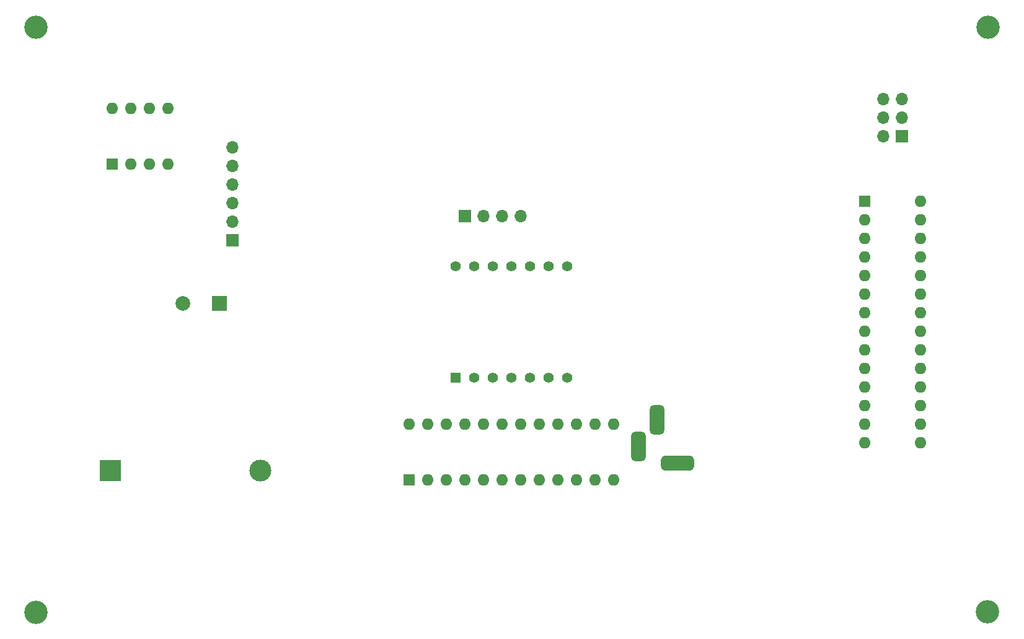
<source format=gbr>
%TF.GenerationSoftware,KiCad,Pcbnew,(6.0.5)*%
%TF.CreationDate,2022-07-21T22:29:02-04:00*%
%TF.ProjectId,clock,636c6f63-6b2e-46b6-9963-61645f706362,rev?*%
%TF.SameCoordinates,PX4cc9b70PY86327e0*%
%TF.FileFunction,Soldermask,Bot*%
%TF.FilePolarity,Negative*%
%FSLAX46Y46*%
G04 Gerber Fmt 4.6, Leading zero omitted, Abs format (unit mm)*
G04 Created by KiCad (PCBNEW (6.0.5)) date 2022-07-21 22:29:02*
%MOMM*%
%LPD*%
G01*
G04 APERTURE LIST*
G04 Aperture macros list*
%AMRoundRect*
0 Rectangle with rounded corners*
0 $1 Rounding radius*
0 $2 $3 $4 $5 $6 $7 $8 $9 X,Y pos of 4 corners*
0 Add a 4 corners polygon primitive as box body*
4,1,4,$2,$3,$4,$5,$6,$7,$8,$9,$2,$3,0*
0 Add four circle primitives for the rounded corners*
1,1,$1+$1,$2,$3*
1,1,$1+$1,$4,$5*
1,1,$1+$1,$6,$7*
1,1,$1+$1,$8,$9*
0 Add four rect primitives between the rounded corners*
20,1,$1+$1,$2,$3,$4,$5,0*
20,1,$1+$1,$4,$5,$6,$7,0*
20,1,$1+$1,$6,$7,$8,$9,0*
20,1,$1+$1,$8,$9,$2,$3,0*%
G04 Aperture macros list end*
%ADD10C,3.200000*%
%ADD11R,1.700000X1.700000*%
%ADD12O,1.700000X1.700000*%
%ADD13R,1.400000X1.400000*%
%ADD14C,1.400000*%
%ADD15R,2.000000X2.000000*%
%ADD16C,2.000000*%
%ADD17R,1.600000X1.600000*%
%ADD18O,1.600000X1.600000*%
%ADD19R,3.000000X3.000000*%
%ADD20C,3.000000*%
%ADD21RoundRect,0.500000X-1.750000X-0.500000X1.750000X-0.500000X1.750000X0.500000X-1.750000X0.500000X0*%
%ADD22RoundRect,0.500000X0.500000X-1.500000X0.500000X1.500000X-0.500000X1.500000X-0.500000X-1.500000X0*%
G04 APERTURE END LIST*
D10*
%TO.C,H2*%
X134386466Y84551534D03*
%TD*%
%TO.C,H1*%
X4386466Y84551534D03*
%TD*%
D11*
%TO.C,U5*%
X62992000Y58706000D03*
D12*
X65532000Y58706000D03*
X68072000Y58706000D03*
X70612000Y58706000D03*
%TD*%
D13*
%TO.C,DS1*%
X61722000Y36576000D03*
D14*
X64262000Y36576000D03*
X66802000Y36576000D03*
X69342000Y36576000D03*
X71882000Y36576000D03*
X74422000Y36576000D03*
X76962000Y36576000D03*
X76962000Y51816000D03*
X74422000Y51816000D03*
X71882000Y51816000D03*
X69342000Y51816000D03*
X66802000Y51816000D03*
X64262000Y51816000D03*
X61722000Y51816000D03*
%TD*%
D10*
%TO.C,H3*%
X4386466Y4551534D03*
%TD*%
D15*
%TO.C,BZ1*%
X29464000Y46736000D03*
D16*
X24464000Y46736000D03*
%TD*%
D10*
%TO.C,H4*%
X134366000Y4572000D03*
%TD*%
D17*
%TO.C,U3*%
X55367000Y22616000D03*
D18*
X57907000Y22616000D03*
X60447000Y22616000D03*
X62987000Y22616000D03*
X65527000Y22616000D03*
X68067000Y22616000D03*
X70607000Y22616000D03*
X73147000Y22616000D03*
X75687000Y22616000D03*
X78227000Y22616000D03*
X80767000Y22616000D03*
X83307000Y22616000D03*
X83307000Y30236000D03*
X80767000Y30236000D03*
X78227000Y30236000D03*
X75687000Y30236000D03*
X73147000Y30236000D03*
X70607000Y30236000D03*
X68067000Y30236000D03*
X65527000Y30236000D03*
X62987000Y30236000D03*
X60447000Y30236000D03*
X57907000Y30236000D03*
X55367000Y30236000D03*
%TD*%
D17*
%TO.C,U4*%
X14742000Y65796000D03*
D18*
X17282000Y65796000D03*
X19822000Y65796000D03*
X22362000Y65796000D03*
X22362000Y73416000D03*
X19822000Y73416000D03*
X17282000Y73416000D03*
X14742000Y73416000D03*
%TD*%
D17*
%TO.C,U1*%
X117602000Y60696000D03*
D18*
X117602000Y58156000D03*
X117602000Y55616000D03*
X117602000Y53076000D03*
X117602000Y50536000D03*
X117602000Y47996000D03*
X117602000Y45456000D03*
X117602000Y42916000D03*
X117602000Y40376000D03*
X117602000Y37836000D03*
X117602000Y35296000D03*
X117602000Y32756000D03*
X117602000Y30216000D03*
X117602000Y27676000D03*
X125222000Y27676000D03*
X125222000Y30216000D03*
X125222000Y32756000D03*
X125222000Y35296000D03*
X125222000Y37836000D03*
X125222000Y40376000D03*
X125222000Y42916000D03*
X125222000Y45456000D03*
X125222000Y47996000D03*
X125222000Y50536000D03*
X125222000Y53076000D03*
X125222000Y55616000D03*
X125222000Y58156000D03*
X125222000Y60696000D03*
%TD*%
D19*
%TO.C,BT1*%
X14548314Y23875983D03*
D20*
X35038314Y23875983D03*
%TD*%
D11*
%TO.C,J2*%
X31242000Y55372000D03*
D12*
X31242000Y57912000D03*
X31242000Y60452000D03*
X31242000Y62992000D03*
X31242000Y65532000D03*
X31242000Y68072000D03*
%TD*%
D11*
%TO.C,J3*%
X122682000Y69596000D03*
D12*
X120142000Y69596000D03*
X122682000Y72136000D03*
X120142000Y72136000D03*
X122682000Y74676000D03*
X120142000Y74676000D03*
%TD*%
D21*
%TO.C,J1*%
X91982011Y24877998D03*
D22*
X86682011Y27177998D03*
X89182011Y30877998D03*
%TD*%
M02*

</source>
